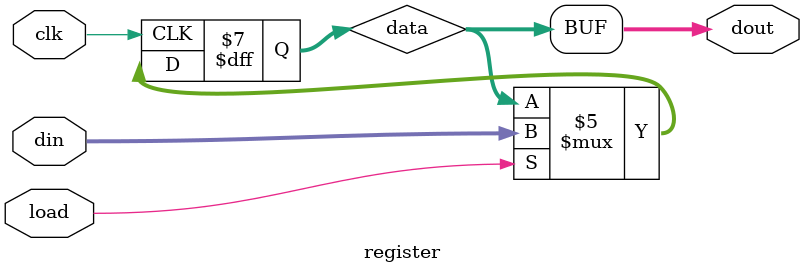
<source format=sv>
module register #(parameter width = 16)
(
	input clk,
	input load,
	input [width-1 : 0] din,
	output logic [width-1 : 0] dout
);

logic [width-1 : 0] data;

initial
begin
	data = 1'b0;
end

always_ff @ (posedge clk)
begin
	if (load)
		data = din;
end

always_comb
begin
	dout = data;
end

endmodule : register
</source>
